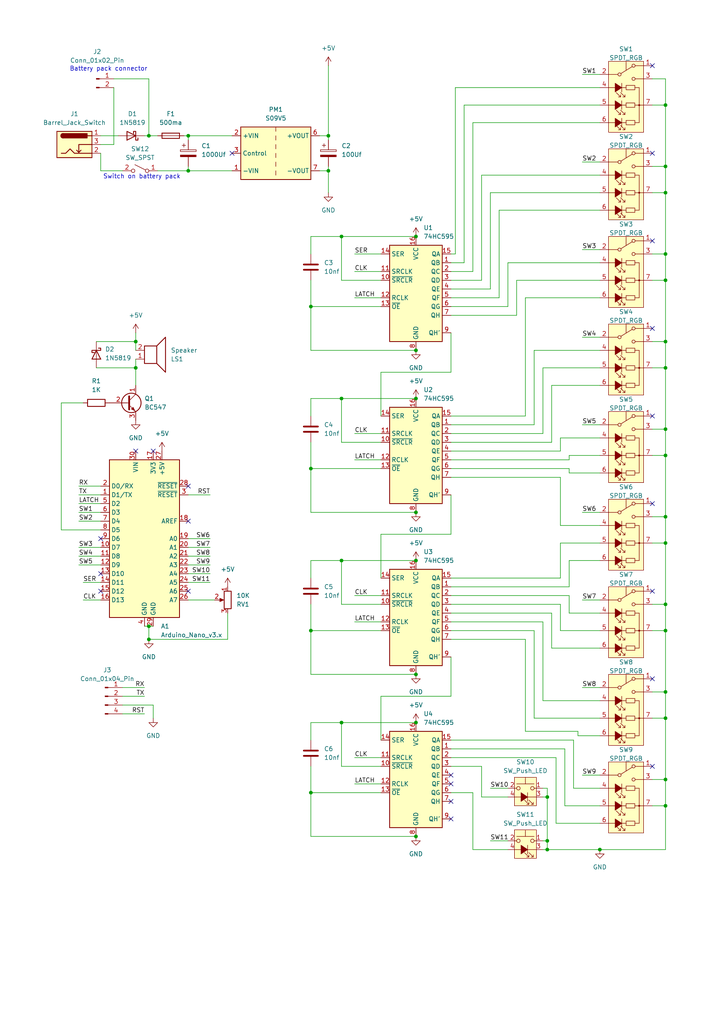
<source format=kicad_sch>
(kicad_sch (version 20231120) (generator "eeschema") (generator_version "8.0")
  (paper "A4" portrait)
  (lib_symbols
    (symbol "74xx:74HC595"
      (property "Reference" "U" (at -7.62 13.97 0))
      (property "Value" "74HC595" (at -7.62 -16.51 0))
      (symbol "74HC595_1_0"
        (pin tri_state line (at 10.16 7.62 180) (length 2.54) (name "QB") (number "1"))
        (pin input line (at -10.16 2.54 0) (length 2.54) (name "~{SRCLR}") (number "10"))
        (pin input line (at -10.16 5.08 0) (length 2.54) (name "SRCLK") (number "11"))
        (pin input line (at -10.16 -2.54 0) (length 2.54) (name "RCLK") (number "12"))
        (pin input line (at -10.16 -5.08 0) (length 2.54) (name "~{OE}") (number "13"))
        (pin input line (at -10.16 10.16 0) (length 2.54) (name "SER") (number "14"))
        (pin tri_state line (at 10.16 10.16 180) (length 2.54) (name "QA") (number "15"))
        (pin power_in line (at 0 15.24 270) (length 2.54) (name "VCC") (number "16"))
        (pin tri_state line (at 10.16 5.08 180) (length 2.54) (name "QC") (number "2"))
        (pin tri_state line (at 10.16 2.54 180) (length 2.54) (name "QD") (number "3"))
        (pin tri_state line (at 10.16 0 180) (length 2.54) (name "QE") (number "4"))
        (pin tri_state line (at 10.16 -2.54 180) (length 2.54) (name "QF") (number "5"))
        (pin tri_state line (at 10.16 -5.08 180) (length 2.54) (name "QG") (number "6"))
        (pin tri_state line (at 10.16 -7.62 180) (length 2.54) (name "QH") (number "7"))
        (pin power_in line (at 0 -17.78 90) (length 2.54) (name "GND") (number "8"))
        (pin output line (at 10.16 -12.7 180) (length 2.54) (name "QH'") (number "9"))
      )
      (symbol "74HC595_1_1"
        (rectangle (start -7.62 12.7) (end 7.62 -15.24) (stroke (width 0.254)) (fill (type background)))
      )
    )
    (symbol "Connector:Barrel_Jack_Switch" (pin_names hide)
      (property "Reference" "J" (at 0 5.334 0))
      (property "Value" "Barrel_Jack_Switch" (at 0 -5.08 0))
      (symbol "Barrel_Jack_Switch_0_1"
        (rectangle (start -5.08 3.81) (end 5.08 -3.81) (stroke (width 0.254)) (fill (type background)))
        (arc (start -3.302 3.175) (mid -3.9343 2.54) (end -3.302 1.905) (stroke (width 0.254)))
        (arc (start -3.302 3.175) (mid -3.9343 2.54) (end -3.302 1.905) (stroke (width 0.254)) (fill (type outline)))
        (polyline (pts (xy 1.27 -2.286) (xy 1.905 -1.651)) (stroke (width 0.254)))
        (polyline (pts (xy 5.08 2.54) (xy 3.81 2.54)) (stroke (width 0.254)))
        (polyline (pts (xy 5.08 0) (xy 1.27 0) (xy 1.27 -2.286) (xy 0.635 -1.651)) (stroke (width 0.254)))
        (polyline (pts (xy -3.81 -2.54) (xy -2.54 -2.54) (xy -1.27 -1.27) (xy 0 -2.54) (xy 2.54 -2.54) (xy 5.08 -2.54)) (stroke (width 0.254)))
        (rectangle (start 3.683 3.175) (end -3.302 1.905) (stroke (width 0.254)) (fill (type outline)))
      )
      (symbol "Barrel_Jack_Switch_1_1"
        (pin passive line (at 7.62 2.54 180) (length 2.54) (name "~") (number "1"))
        (pin passive line (at 7.62 -2.54 180) (length 2.54) (name "~") (number "2"))
        (pin passive line (at 7.62 0 180) (length 2.54) (name "~") (number "3"))
      )
    )
    (symbol "Connector:Conn_01x02_Pin" (pin_names (offset 1.016) hide)
      (property "Reference" "J" (at 0 2.54 0))
      (property "Value" "Conn_01x02_Pin" (at 0 -5.08 0))
      (symbol "Conn_01x02_Pin_1_1"
        (polyline (pts (xy 1.27 -2.54) (xy 0.8636 -2.54)) (stroke (width 0.1524)))
        (polyline (pts (xy 1.27 0) (xy 0.8636 0)) (stroke (width 0.1524)))
        (rectangle (start 0.8636 -2.413) (end 0 -2.667) (stroke (width 0.1524)) (fill (type outline)))
        (rectangle (start 0.8636 0.127) (end 0 -0.127) (stroke (width 0.1524)) (fill (type outline)))
        (pin passive line (at 5.08 0 180) (length 3.81) (name "Pin_1") (number "1"))
        (pin passive line (at 5.08 -2.54 180) (length 3.81) (name "Pin_2") (number "2"))
      )
    )
    (symbol "Connector:Conn_01x04_Pin" (pin_names (offset 1.016) hide)
      (property "Reference" "J" (at 0 5.08 0))
      (property "Value" "Conn_01x04_Pin" (at 0 -7.62 0))
      (symbol "Conn_01x04_Pin_1_1"
        (polyline (pts (xy 1.27 -5.08) (xy 0.8636 -5.08)) (stroke (width 0.1524)))
        (polyline (pts (xy 1.27 -2.54) (xy 0.8636 -2.54)) (stroke (width 0.1524)))
        (polyline (pts (xy 1.27 0) (xy 0.8636 0)) (stroke (width 0.1524)))
        (polyline (pts (xy 1.27 2.54) (xy 0.8636 2.54)) (stroke (width 0.1524)))
        (rectangle (start 0.8636 -4.953) (end 0 -5.207) (stroke (width 0.1524)) (fill (type outline)))
        (rectangle (start 0.8636 -2.413) (end 0 -2.667) (stroke (width 0.1524)) (fill (type outline)))
        (rectangle (start 0.8636 0.127) (end 0 -0.127) (stroke (width 0.1524)) (fill (type outline)))
        (rectangle (start 0.8636 2.667) (end 0 2.413) (stroke (width 0.1524)) (fill (type outline)))
        (pin passive line (at 5.08 2.54 180) (length 3.81) (name "Pin_1") (number "1"))
        (pin passive line (at 5.08 0 180) (length 3.81) (name "Pin_2") (number "2"))
        (pin passive line (at 5.08 -2.54 180) (length 3.81) (name "Pin_3") (number "3"))
        (pin passive line (at 5.08 -5.08 180) (length 3.81) (name "Pin_4") (number "4"))
      )
    )
    (symbol "Converter_DCDC:NCS1S1203SC"
      (property "Reference" "U" (at -8.89 8.89 0))
      (property "Value" "NCS1S1203SC" (at 8.89 8.89 0))
      (symbol "NCS1S1203SC_0_1"
        (rectangle (start -10.16 7.62) (end 10.16 -7.62) (stroke (width 0.254)) (fill (type background)))
        (polyline (pts (xy 0 -5.08) (xy 0 -6.35)))
        (polyline (pts (xy 0 -2.54) (xy 0 -3.81)))
        (polyline (pts (xy 0 0) (xy 0 -1.27)))
        (polyline (pts (xy 0 2.54) (xy 0 1.27)))
        (polyline (pts (xy 0 5.08) (xy 0 3.81)))
        (polyline (pts (xy 0 7.62) (xy 0 6.35)))
      )
      (symbol "NCS1S1203SC_1_1"
        (pin power_in line (at -12.7 -5.08 0) (length 2.54) (name "-VIN") (number "1"))
        (pin power_in line (at -12.7 5.08 0) (length 2.54) (name "+VIN") (number "2"))
        (pin input line (at -12.7 0 0) (length 2.54) (name "Control") (number "3"))
        (pin power_out line (at 12.7 5.08 180) (length 2.54) (name "+VOUT") (number "6"))
        (pin power_out line (at 12.7 -5.08 180) (length 2.54) (name "-VOUT") (number "7"))
      )
    )
    (symbol "Device:C" (pin_numbers hide) (pin_names (offset 0.254))
      (property "Reference" "C" (at 0.635 2.54 0))
      (property "Value" "C" (at 0.635 -2.54 0))
      (symbol "C_0_1"
        (polyline (pts (xy -2.032 -0.762) (xy 2.032 -0.762)) (stroke (width 0.508)))
        (polyline (pts (xy -2.032 0.762) (xy 2.032 0.762)) (stroke (width 0.508)))
      )
      (symbol "C_1_1"
        (pin passive line (at 0 3.81 270) (length 2.794) (name "~") (number "1"))
        (pin passive line (at 0 -3.81 90) (length 2.794) (name "~") (number "2"))
      )
    )
    (symbol "Device:C_Polarized" (pin_numbers hide) (pin_names (offset 0.254))
      (property "Reference" "C" (at 0.635 2.54 0))
      (property "Value" "C_Polarized" (at 0.635 -2.54 0))
      (symbol "C_Polarized_0_1"
        (rectangle (start -2.286 0.508) (end 2.286 1.016))
        (polyline (pts (xy -1.778 2.286) (xy -0.762 2.286)))
        (polyline (pts (xy -1.27 2.794) (xy -1.27 1.778)))
        (rectangle (start 2.286 -0.508) (end -2.286 -1.016) (fill (type outline)))
      )
      (symbol "C_Polarized_1_1"
        (pin passive line (at 0 3.81 270) (length 2.794) (name "~") (number "1"))
        (pin passive line (at 0 -3.81 90) (length 2.794) (name "~") (number "2"))
      )
    )
    (symbol "Device:Fuse" (pin_numbers hide) (pin_names (offset 0))
      (property "Reference" "F" (at 2.032 0 90))
      (property "Value" "Fuse" (at -1.905 0 90))
      (symbol "Fuse_0_1"
        (rectangle (start -0.762 -2.54) (end 0.762 2.54) (stroke (width 0.254)))
        (polyline (pts (xy 0 2.54) (xy 0 -2.54)))
      )
      (symbol "Fuse_1_1"
        (pin passive line (at 0 3.81 270) (length 1.27) (name "~") (number "1"))
        (pin passive line (at 0 -3.81 90) (length 1.27) (name "~") (number "2"))
      )
    )
    (symbol "Device:R" (pin_numbers hide) (pin_names (offset 0))
      (property "Reference" "R" (at 2.032 0 90))
      (property "Value" "R" (at 0 0 90))
      (symbol "R_0_1"
        (rectangle (start -1.016 -2.54) (end 1.016 2.54) (stroke (width 0.254)))
      )
      (symbol "R_1_1"
        (pin passive line (at 0 3.81 270) (length 1.27) (name "~") (number "1"))
        (pin passive line (at 0 -3.81 90) (length 1.27) (name "~") (number "2"))
      )
    )
    (symbol "Device:R_Potentiometer" (pin_names (offset 1.016) hide)
      (property "Reference" "RV" (at -4.445 0 90))
      (property "Value" "R_Potentiometer" (at -2.54 0 90))
      (symbol "R_Potentiometer_0_1"
        (polyline (pts (xy 2.54 0) (xy 1.524 0)))
        (polyline (pts (xy 1.143 0) (xy 2.286 0.508) (xy 2.286 -0.508) (xy 1.143 0)) (fill (type outline)))
        (rectangle (start 1.016 2.54) (end -1.016 -2.54) (stroke (width 0.254)))
      )
      (symbol "R_Potentiometer_1_1"
        (pin passive line (at 0 3.81 270) (length 1.27) (name "1") (number "1"))
        (pin passive line (at 3.81 0 180) (length 1.27) (name "2") (number "2"))
        (pin passive line (at 0 -3.81 90) (length 1.27) (name "3") (number "3"))
      )
    )
    (symbol "Device:Speaker" (pin_names (offset 0) hide)
      (property "Reference" "LS" (at 1.27 5.715 0))
      (property "Value" "Speaker" (at 1.27 3.81 0))
      (symbol "Speaker_0_0"
        (rectangle (start -2.54 1.27) (end 1.016 -3.81) (stroke (width 0.254)))
        (polyline (pts (xy 1.016 1.27) (xy 3.556 3.81) (xy 3.556 -6.35) (xy 1.016 -3.81)) (stroke (width 0.254)))
      )
      (symbol "Speaker_1_1"
        (pin input line (at -5.08 0 0) (length 2.54) (name "1") (number "1"))
        (pin input line (at -5.08 -2.54 0) (length 2.54) (name "2") (number "2"))
      )
    )
    (symbol "Diode:1N5819" (pin_numbers hide) (pin_names (offset 1.016) hide)
      (property "Reference" "D" (at 0 2.54 0))
      (property "Value" "1N5819" (at 0 -2.54 0))
      (symbol "1N5819_0_1"
        (polyline (pts (xy 1.27 0) (xy -1.27 0)))
        (polyline (pts (xy 1.27 1.27) (xy 1.27 -1.27) (xy -1.27 0) (xy 1.27 1.27)) (stroke (width 0.254)))
        (polyline (pts (xy -1.905 0.635) (xy -1.905 1.27) (xy -1.27 1.27) (xy -1.27 -1.27) (xy -0.635 -1.27) (xy -0.635 -0.635)) (stroke (width 0.254)))
      )
      (symbol "1N5819_1_1"
        (pin passive line (at -3.81 0 0) (length 2.54) (name "K") (number "1"))
        (pin passive line (at 3.81 0 180) (length 2.54) (name "A") (number "2"))
      )
    )
    (symbol "Library:SPDT_RGB" (pin_names (offset 1.016) hide)
      (property "Reference" "SW" (at 0 11.684 0))
      (property "Value" "SPDT_RGB" (at 0 -12.192 0))
      (symbol "SPDT_RGB_0_0"
        (polyline (pts (xy -5.092 -2.5518) (xy -0.012 -2.5518)))
        (polyline (pts (xy -5.08 -7.62) (xy 0 -7.62)))
        (polyline (pts (xy -5.08 2.54) (xy 0 2.54)))
        (polyline (pts (xy -5.08 6.35) (xy -2.3481 6.3499)))
        (polyline (pts (xy -1.6018 -9.7162) (xy -2.8718 -8.4462)))
        (polyline (pts (xy -1.6018 -5.2712) (xy -2.8718 -4.0012)))
        (polyline (pts (xy -1.5898 -0.1794) (xy -2.8598 1.0906)))
        (polyline (pts (xy -1.282 -1.2818) (xy -1.282 -3.8218)))
        (polyline (pts (xy -1.27 -6.35) (xy -1.27 -8.89)))
        (polyline (pts (xy -1.27 3.81) (xy -1.27 1.27)))
        (polyline (pts (xy -0.3318 -9.7162) (xy -1.6018 -8.4462)))
        (polyline (pts (xy -0.3318 -5.2712) (xy -1.6018 -4.0012)))
        (polyline (pts (xy -0.3198 -0.1794) (xy -1.5898 1.0906)))
        (polyline (pts (xy 2.528 -2.5518) (xy 3.798 -2.5518)))
        (polyline (pts (xy 2.54 -7.62) (xy 3.81 -7.62)))
        (polyline (pts (xy 2.54 2.54) (xy 3.81 2.54)))
        (polyline (pts (xy 2.6102 8.8899) (xy 4.9937 8.8901)))
        (polyline (pts (xy 2.6263 5.0799) (xy 5.08 5.08)))
        (polyline (pts (xy 3.798 -2.5518) (xy 5.068 -2.5518)))
        (polyline (pts (xy 3.81 -7.62) (xy 3.81 2.54)))
        (polyline (pts (xy -1.6018 -9.0812) (xy -1.6018 -9.7162) (xy -2.2368 -9.7162)))
        (polyline (pts (xy -1.6018 -4.6362) (xy -1.6018 -5.2712) (xy -2.2368 -5.2712)))
        (polyline (pts (xy -1.5898 0.4556) (xy -1.5898 -0.1794) (xy -2.2248 -0.1794)))
        (polyline (pts (xy -0.3318 -9.0812) (xy -0.3318 -9.7162) (xy -0.9668 -9.7162)))
        (polyline (pts (xy -0.3318 -4.6362) (xy -0.3318 -5.2712) (xy -0.9668 -5.2712)))
        (polyline (pts (xy -0.3198 0.4556) (xy -0.3198 -0.1794) (xy -0.9548 -0.1794)))
        (polyline (pts (xy -1.282 -2.5518) (xy -3.187 -1.2818) (xy -3.187 -3.8218) (xy -1.282 -2.5518)) (fill (type outline)))
        (polyline (pts (xy -1.27 -7.62) (xy -3.175 -6.35) (xy -3.175 -8.89) (xy -1.27 -7.62)) (fill (type outline)))
        (polyline (pts (xy -1.27 2.54) (xy -3.175 3.81) (xy -3.175 1.27) (xy -1.27 2.54)) (fill (type outline)))
      )
      (symbol "SPDT_RGB_0_1"
        (circle (center -1.905 6.35) (radius 0.4572))
        (rectangle (start -0.012 -1.9168) (end 2.528 -3.1868))
        (rectangle (start 0 -6.985) (end 2.54 -8.255))
        (polyline (pts (xy -1.524 6.604) (xy 1.778 8.636)))
        (polyline (pts (xy 0 7.62) (xy 0 10.16)))
        (rectangle (start 0 3.175) (end 2.54 1.905))
        (circle (center 2.159 5.08) (radius 0.4572))
        (circle (center 2.159 8.89) (radius 0.4572))
      )
      (symbol "SPDT_RGB_1_1"
        (rectangle (start -5.08 10.16) (end 5.08 -10.414) (fill (type background)))
        (circle (center 3.798 -2.5518) (radius 0.1995) (fill (type outline)))
        (pin passive line (at 7.62 8.89 180) (length 2.54) (name "A") (number "1"))
        (pin passive line (at -7.62 6.35 0) (length 2.54) (name "B") (number "2"))
        (pin passive line (at 7.62 5.08 180) (length 2.54) (name "C") (number "3"))
        (pin passive line (at -7.62 2.54 0) (length 2.54) (name "R") (number "4"))
        (pin passive line (at -7.62 -2.54 0) (length 2.54) (name "G") (number "5"))
        (pin passive line (at -7.62 -7.62 0) (length 2.54) (name "B") (number "6"))
        (pin passive line (at 7.62 -2.54 180) (length 2.54) (name "K") (number "7"))
      )
    )
    (symbol "MCU_Module:Arduino_Nano_v3.x"
      (property "Reference" "A" (at -10.16 23.495 0))
      (property "Value" "Arduino_Nano_v3.x" (at 5.08 -24.13 0))
      (symbol "Arduino_Nano_v3.x_0_1"
        (rectangle (start -10.16 22.86) (end 10.16 -22.86) (stroke (width 0.254)) (fill (type background)))
      )
      (symbol "Arduino_Nano_v3.x_1_1"
        (pin bidirectional line (at -12.7 12.7 0) (length 2.54) (name "D1/TX") (number "1"))
        (pin bidirectional line (at -12.7 -2.54 0) (length 2.54) (name "D7") (number "10"))
        (pin bidirectional line (at -12.7 -5.08 0) (length 2.54) (name "D8") (number "11"))
        (pin bidirectional line (at -12.7 -7.62 0) (length 2.54) (name "D9") (number "12"))
        (pin bidirectional line (at -12.7 -10.16 0) (length 2.54) (name "D10") (number "13"))
        (pin bidirectional line (at -12.7 -12.7 0) (length 2.54) (name "D11") (number "14"))
        (pin bidirectional line (at -12.7 -15.24 0) (length 2.54) (name "D12") (number "15"))
        (pin bidirectional line (at -12.7 -17.78 0) (length 2.54) (name "D13") (number "16"))
        (pin power_out line (at 2.54 25.4 270) (length 2.54) (name "3V3") (number "17"))
        (pin input line (at 12.7 5.08 180) (length 2.54) (name "AREF") (number "18"))
        (pin bidirectional line (at 12.7 0 180) (length 2.54) (name "A0") (number "19"))
        (pin bidirectional line (at -12.7 15.24 0) (length 2.54) (name "D0/RX") (number "2"))
        (pin bidirectional line (at 12.7 -2.54 180) (length 2.54) (name "A1") (number "20"))
        (pin bidirectional line (at 12.7 -5.08 180) (length 2.54) (name "A2") (number "21"))
        (pin bidirectional line (at 12.7 -7.62 180) (length 2.54) (name "A3") (number "22"))
        (pin bidirectional line (at 12.7 -10.16 180) (length 2.54) (name "A4") (number "23"))
        (pin bidirectional line (at 12.7 -12.7 180) (length 2.54) (name "A5") (number "24"))
        (pin bidirectional line (at 12.7 -15.24 180) (length 2.54) (name "A6") (number "25"))
        (pin bidirectional line (at 12.7 -17.78 180) (length 2.54) (name "A7") (number "26"))
        (pin power_out line (at 5.08 25.4 270) (length 2.54) (name "+5V") (number "27"))
        (pin input line (at 12.7 15.24 180) (length 2.54) (name "~{RESET}") (number "28"))
        (pin power_in line (at 2.54 -25.4 90) (length 2.54) (name "GND") (number "29"))
        (pin input line (at 12.7 12.7 180) (length 2.54) (name "~{RESET}") (number "3"))
        (pin power_in line (at -2.54 25.4 270) (length 2.54) (name "VIN") (number "30"))
        (pin power_in line (at 0 -25.4 90) (length 2.54) (name "GND") (number "4"))
        (pin bidirectional line (at -12.7 10.16 0) (length 2.54) (name "D2") (number "5"))
        (pin bidirectional line (at -12.7 7.62 0) (length 2.54) (name "D3") (number "6"))
        (pin bidirectional line (at -12.7 5.08 0) (length 2.54) (name "D4") (number "7"))
        (pin bidirectional line (at -12.7 2.54 0) (length 2.54) (name "D5") (number "8"))
        (pin bidirectional line (at -12.7 0 0) (length 2.54) (name "D6") (number "9"))
      )
    )
    (symbol "Switch:SW_Push_LED" (pin_names (offset 1.016) hide)
      (property "Reference" "SW" (at 0 7.62 0))
      (property "Value" "SW_Push_LED" (at 0 -3.81 0))
      (symbol "SW_Push_LED_0_0"
        (polyline (pts (xy -2.54 0) (xy 2.54 0)))
        (polyline (pts (xy -2.286 -2.159) (xy -1.016 -0.889)))
        (polyline (pts (xy -1.016 -2.159) (xy 0.254 -0.889)))
        (polyline (pts (xy -0.635 1.27) (xy -0.635 -1.27)))
        (polyline (pts (xy -2.286 -1.524) (xy -2.286 -2.159) (xy -1.651 -2.159)))
        (polyline (pts (xy -1.016 -1.524) (xy -1.016 -2.159) (xy -0.381 -2.159)))
        (polyline (pts (xy -0.635 0) (xy 1.27 1.27) (xy 1.27 -1.27) (xy -0.635 0)) (fill (type outline)))
      )
      (symbol "SW_Push_LED_0_1"
        (circle (center -2.032 2.54) (radius 0.508))
        (polyline (pts (xy 0 3.81) (xy 0 5.588)))
        (polyline (pts (xy 2.54 3.81) (xy -2.54 3.81)))
        (circle (center 2.032 2.54) (radius 0.508))
        (pin passive line (at -5.08 2.54 0) (length 2.54) (name "1") (number "1"))
        (pin passive line (at 5.08 2.54 180) (length 2.54) (name "2") (number "2"))
        (pin passive line (at -5.08 0 0) (length 2.54) (name "K") (number "3"))
        (pin passive line (at 5.08 0 180) (length 2.54) (name "A") (number "4"))
      )
      (symbol "SW_Push_LED_1_1"
        (rectangle (start -3.175 5.715) (end 3.175 -2.54) (fill (type background)))
      )
    )
    (symbol "Switch:SW_SPST" (pin_names (offset 0) hide)
      (property "Reference" "SW" (at 0 3.175 0))
      (property "Value" "SW_SPST" (at 0 -2.54 0))
      (symbol "SW_SPST_0_0"
        (circle (center -2.032 0) (radius 0.508))
        (polyline (pts (xy -1.524 0.254) (xy 1.524 1.778)))
        (circle (center 2.032 0) (radius 0.508))
      )
      (symbol "SW_SPST_1_1"
        (pin passive line (at -5.08 0 0) (length 2.54) (name "A") (number "1"))
        (pin passive line (at 5.08 0 180) (length 2.54) (name "B") (number "2"))
      )
    )
    (symbol "Transistor_BJT:BC547" (pin_names (offset 0) hide)
      (property "Reference" "Q" (at 5.08 1.905 0))
      (property "Value" "BC547" (at 5.08 0 0))
      (symbol "BC547_0_1"
        (polyline (pts (xy 0 0) (xy 0.635 0)))
        (polyline (pts (xy 0.635 0.635) (xy 2.54 2.54)))
        (polyline (pts (xy 0.635 -0.635) (xy 2.54 -2.54) (xy 2.54 -2.54)))
        (polyline (pts (xy 0.635 1.905) (xy 0.635 -1.905) (xy 0.635 -1.905)) (stroke (width 0.508)))
        (polyline (pts (xy 1.27 -1.778) (xy 1.778 -1.27) (xy 2.286 -2.286) (xy 1.27 -1.778) (xy 1.27 -1.778)) (fill (type outline)))
        (circle (center 1.27 0) (radius 2.8194) (stroke (width 0.254)))
      )
      (symbol "BC547_1_1"
        (pin passive line (at 2.54 5.08 270) (length 2.54) (name "C") (number "1"))
        (pin input line (at -5.08 0 0) (length 5.08) (name "B") (number "2"))
        (pin passive line (at 2.54 -5.08 90) (length 2.54) (name "E") (number "3"))
      )
    )
    (symbol "power:+5V" (power) (pin_numbers hide) (pin_names (offset 0) hide)
      (property "Value" "+5V" (at 0 3.556 0))
      (symbol "+5V_0_1"
        (polyline (pts (xy -0.762 1.27) (xy 0 2.54)))
        (polyline (pts (xy 0 0) (xy 0 2.54)))
        (polyline (pts (xy 0 2.54) (xy 0.762 1.27)))
      )
      (symbol "+5V_1_1"
        (pin power_in line (at 0 0 90) (length 0) (name "~") (number "1"))
      )
    )
    (symbol "power:GND" (power) (pin_numbers hide) (pin_names (offset 0) hide)
      (property "Value" "GND" (at 0 -3.81 0))
      (symbol "GND_0_1"
        (polyline (pts (xy 0 0) (xy 0 -1.27) (xy 1.27 -1.27) (xy 0 -2.54) (xy -1.27 -1.27) (xy 0 -1.27)))
      )
      (symbol "GND_1_1"
        (pin power_in line (at 0 0 270) (length 0) (name "~") (number "1"))
      )
    )
  )
  (junction (at 95.25 39.37))
  (junction (at 120.65 242.57))
  (junction (at 193.04 124.46))
  (junction (at 120.65 101.6))
  (junction (at 120.65 209.55))
  (junction (at 90.17 135.89))
  (junction (at 193.04 233.68))
  (junction (at 99.06 162.56))
  (junction (at 193.04 226.06))
  (junction (at 39.37 99.06))
  (junction (at 173.99 246.38))
  (junction (at 54.61 49.53))
  (junction (at 99.06 209.55))
  (junction (at 193.04 208.28))
  (junction (at 158.75 231.14))
  (junction (at 193.04 81.28))
  (junction (at 120.65 195.58))
  (junction (at 193.04 200.66))
  (junction (at 120.65 68.58))
  (junction (at 193.04 55.88))
  (junction (at 43.18 185.42))
  (junction (at 193.04 132.08))
  (junction (at 120.65 162.56))
  (junction (at 158.75 246.38))
  (junction (at 43.18 39.37))
  (junction (at 99.06 115.57))
  (junction (at 193.04 48.26))
  (junction (at 90.17 182.88))
  (junction (at 120.65 115.57))
  (junction (at 95.25 49.53))
  (junction (at 193.04 175.26))
  (junction (at 158.75 243.84))
  (junction (at 43.18 181.61))
  (junction (at 54.61 39.37))
  (junction (at 193.04 30.48))
  (junction (at 39.37 106.68))
  (junction (at 193.04 182.88))
  (junction (at 193.04 73.66))
  (junction (at 90.17 88.9))
  (junction (at 193.04 157.48))
  (junction (at 193.04 99.06))
  (junction (at 193.04 106.68))
  (junction (at 90.17 229.87))
  (junction (at 193.04 149.86))
  (junction (at 120.65 148.59))
  (junction (at 99.06 68.58))
  (no_connect (at 54.61 140.97))
  (no_connect (at 130.81 232.41))
  (no_connect (at 189.23 44.45))
  (no_connect (at 44.45 130.81))
  (no_connect (at 189.23 95.25))
  (no_connect (at 29.21 171.45))
  (no_connect (at 29.21 156.21))
  (no_connect (at 130.81 237.49))
  (no_connect (at 54.61 151.13))
  (no_connect (at 39.37 130.81))
  (no_connect (at 67.31 44.45))
  (no_connect (at 130.81 227.33))
  (no_connect (at 189.23 19.05))
  (no_connect (at 189.23 69.85))
  (no_connect (at 189.23 146.05))
  (no_connect (at 189.23 222.25))
  (no_connect (at 189.23 196.85))
  (no_connect (at 29.21 166.37))
  (no_connect (at 189.23 171.45))
  (no_connect (at 54.61 171.45))
  (no_connect (at 130.81 224.79))
  (no_connect (at 189.23 120.65))
  (wire (pts (xy 137.16 78.74) (xy 137.16 35.56)))
  (wire (pts (xy 102.87 180.34) (xy 110.49 180.34)))
  (wire (pts (xy 193.04 157.48) (xy 193.04 175.26)))
  (wire (pts (xy 110.49 107.95) (xy 110.49 120.65)))
  (wire (pts (xy 17.78 153.67) (xy 29.21 153.67)))
  (wire (pts (xy 99.06 68.58) (xy 120.65 68.58)))
  (wire (pts (xy 130.81 133.35) (xy 165.1 133.35)))
  (wire (pts (xy 130.81 201.93) (xy 110.49 201.93)))
  (wire (pts (xy 24.13 116.84) (xy 17.78 116.84)))
  (wire (pts (xy 90.17 88.9) (xy 110.49 88.9)))
  (wire (pts (xy 149.86 91.44) (xy 149.86 81.28)))
  (wire (pts (xy 130.81 107.95) (xy 110.49 107.95)))
  (wire (pts (xy 193.04 226.06) (xy 193.04 233.68)))
  (wire (pts (xy 193.04 124.46) (xy 193.04 132.08)))
  (wire (pts (xy 22.86 146.05) (xy 29.21 146.05)))
  (wire (pts (xy 158.75 243.84) (xy 158.75 246.38)))
  (wire (pts (xy 41.91 39.37) (xy 43.18 39.37)))
  (wire (pts (xy 92.71 39.37) (xy 95.25 39.37)))
  (wire (pts (xy 152.4 86.36) (xy 152.4 120.65)))
  (wire (pts (xy 162.56 167.64) (xy 162.56 157.48)))
  (wire (pts (xy 165.1 133.35) (xy 165.1 132.08)))
  (wire (pts (xy 157.48 231.14) (xy 158.75 231.14)))
  (wire (pts (xy 168.91 224.79) (xy 173.99 224.79)))
  (wire (pts (xy 157.48 243.84) (xy 158.75 243.84)))
  (wire (pts (xy 102.87 86.36) (xy 110.49 86.36)))
  (wire (pts (xy 139.7 81.28) (xy 139.7 50.8)))
  (wire (pts (xy 193.04 182.88) (xy 193.04 200.66)))
  (wire (pts (xy 130.81 172.72) (xy 165.1 172.72)))
  (wire (pts (xy 173.99 86.36) (xy 152.4 86.36)))
  (wire (pts (xy 193.04 99.06) (xy 193.04 106.68)))
  (wire (pts (xy 95.25 39.37) (xy 95.25 40.64)))
  (wire (pts (xy 193.04 48.26) (xy 193.04 55.88)))
  (wire (pts (xy 29.21 49.53) (xy 35.56 49.53)))
  (wire (pts (xy 162.56 175.26) (xy 162.56 182.88)))
  (wire (pts (xy 90.17 167.64) (xy 90.17 162.56)))
  (wire (pts (xy 163.83 233.68) (xy 173.99 233.68)))
  (wire (pts (xy 35.56 199.39) (xy 41.91 199.39)))
  (wire (pts (xy 162.56 138.43) (xy 162.56 152.4)))
  (wire (pts (xy 33.02 25.4) (xy 33.02 41.91)))
  (wire (pts (xy 189.23 55.88) (xy 193.04 55.88)))
  (wire (pts (xy 162.56 130.81) (xy 162.56 127)))
  (wire (pts (xy 99.06 128.27) (xy 99.06 115.57)))
  (wire (pts (xy 130.81 123.19) (xy 154.94 123.19)))
  (wire (pts (xy 165.1 172.72) (xy 165.1 177.8)))
  (wire (pts (xy 130.81 190.5) (xy 130.81 201.93)))
  (wire (pts (xy 99.06 209.55) (xy 120.65 209.55)))
  (wire (pts (xy 189.23 30.48) (xy 193.04 30.48)))
  (wire (pts (xy 90.17 162.56) (xy 99.06 162.56)))
  (wire (pts (xy 189.23 73.66) (xy 193.04 73.66)))
  (wire (pts (xy 102.87 133.35) (xy 110.49 133.35)))
  (wire (pts (xy 168.91 97.79) (xy 173.99 97.79)))
  (wire (pts (xy 193.04 233.68) (xy 189.23 233.68)))
  (wire (pts (xy 54.61 49.53) (xy 67.31 49.53)))
  (wire (pts (xy 22.86 151.13) (xy 29.21 151.13)))
  (wire (pts (xy 154.94 101.6) (xy 173.99 101.6)))
  (wire (pts (xy 189.23 182.88) (xy 193.04 182.88)))
  (wire (pts (xy 193.04 175.26) (xy 193.04 182.88)))
  (wire (pts (xy 193.04 246.38) (xy 193.04 233.68)))
  (wire (pts (xy 142.24 55.88) (xy 142.24 83.82)))
  (wire (pts (xy 66.04 185.42) (xy 43.18 185.42)))
  (wire (pts (xy 102.87 219.71) (xy 110.49 219.71)))
  (wire (pts (xy 189.23 149.86) (xy 193.04 149.86)))
  (wire (pts (xy 44.45 204.47) (xy 44.45 208.28)))
  (wire (pts (xy 110.49 222.25) (xy 99.06 222.25)))
  (wire (pts (xy 193.04 106.68) (xy 193.04 124.46)))
  (wire (pts (xy 99.06 162.56) (xy 120.65 162.56)))
  (wire (pts (xy 193.04 22.86) (xy 193.04 30.48)))
  (wire (pts (xy 157.48 180.34) (xy 157.48 203.2)))
  (wire (pts (xy 22.86 143.51) (xy 29.21 143.51)))
  (wire (pts (xy 130.81 170.18) (xy 165.1 170.18)))
  (wire (pts (xy 110.49 175.26) (xy 99.06 175.26)))
  (wire (pts (xy 90.17 182.88) (xy 90.17 195.58)))
  (wire (pts (xy 39.37 104.14) (xy 39.37 106.68)))
  (wire (pts (xy 102.87 227.33) (xy 110.49 227.33)))
  (wire (pts (xy 152.4 120.65) (xy 130.81 120.65)))
  (wire (pts (xy 95.25 19.05) (xy 95.25 39.37)))
  (wire (pts (xy 27.94 99.06) (xy 39.37 99.06)))
  (wire (pts (xy 130.81 219.71) (xy 161.29 219.71)))
  (wire (pts (xy 99.06 175.26) (xy 99.06 162.56)))
  (wire (pts (xy 162.56 182.88) (xy 173.99 182.88)))
  (wire (pts (xy 90.17 128.27) (xy 90.17 135.89)))
  (wire (pts (xy 22.86 148.59) (xy 29.21 148.59)))
  (wire (pts (xy 54.61 40.64) (xy 54.61 39.37)))
  (wire (pts (xy 54.61 158.75) (xy 60.96 158.75)))
  (wire (pts (xy 149.86 81.28) (xy 173.99 81.28)))
  (wire (pts (xy 130.81 76.2) (xy 134.62 76.2)))
  (wire (pts (xy 157.48 125.73) (xy 130.81 125.73)))
  (wire (pts (xy 158.75 246.38) (xy 173.99 246.38)))
  (wire (pts (xy 168.91 148.59) (xy 173.99 148.59)))
  (wire (pts (xy 161.29 238.76) (xy 173.99 238.76)))
  (wire (pts (xy 22.86 163.83) (xy 29.21 163.83)))
  (wire (pts (xy 102.87 172.72) (xy 110.49 172.72)))
  (wire (pts (xy 193.04 73.66) (xy 193.04 81.28)))
  (wire (pts (xy 189.23 226.06) (xy 193.04 226.06)))
  (wire (pts (xy 193.04 132.08) (xy 193.04 149.86)))
  (wire (pts (xy 142.24 228.6) (xy 147.32 228.6)))
  (wire (pts (xy 27.94 106.68) (xy 39.37 106.68)))
  (wire (pts (xy 90.17 68.58) (xy 99.06 68.58)))
  (wire (pts (xy 147.32 88.9) (xy 130.81 88.9)))
  (wire (pts (xy 160.02 177.8) (xy 160.02 187.96)))
  (wire (pts (xy 90.17 175.26) (xy 90.17 182.88)))
  (wire (pts (xy 41.91 181.61) (xy 43.18 181.61)))
  (wire (pts (xy 90.17 209.55) (xy 99.06 209.55)))
  (wire (pts (xy 33.02 22.86) (xy 43.18 22.86)))
  (wire (pts (xy 132.08 25.4) (xy 173.99 25.4)))
  (wire (pts (xy 157.48 246.38) (xy 158.75 246.38)))
  (wire (pts (xy 132.08 73.66) (xy 132.08 25.4)))
  (wire (pts (xy 165.1 135.89) (xy 165.1 137.16)))
  (wire (pts (xy 33.02 41.91) (xy 29.21 41.91)))
  (wire (pts (xy 168.91 199.39) (xy 173.99 199.39)))
  (wire (pts (xy 168.91 21.59) (xy 173.99 21.59)))
  (wire (pts (xy 139.7 231.14) (xy 139.7 222.25)))
  (wire (pts (xy 90.17 101.6) (xy 120.65 101.6)))
  (wire (pts (xy 90.17 115.57) (xy 99.06 115.57)))
  (wire (pts (xy 154.94 182.88) (xy 154.94 208.28)))
  (wire (pts (xy 22.86 140.97) (xy 29.21 140.97)))
  (wire (pts (xy 173.99 76.2) (xy 147.32 76.2)))
  (wire (pts (xy 154.94 208.28) (xy 173.99 208.28)))
  (wire (pts (xy 24.13 168.91) (xy 29.21 168.91)))
  (wire (pts (xy 99.06 81.28) (xy 99.06 68.58)))
  (wire (pts (xy 189.23 208.28) (xy 193.04 208.28)))
  (wire (pts (xy 90.17 120.65) (xy 90.17 115.57)))
  (wire (pts (xy 173.99 246.38) (xy 193.04 246.38)))
  (wire (pts (xy 147.32 231.14) (xy 139.7 231.14)))
  (wire (pts (xy 130.81 130.81) (xy 162.56 130.81)))
  (wire (pts (xy 144.78 86.36) (xy 144.78 60.96)))
  (wire (pts (xy 130.81 177.8) (xy 160.02 177.8)))
  (wire (pts (xy 189.23 200.66) (xy 193.04 200.66)))
  (wire (pts (xy 130.81 143.51) (xy 130.81 154.94)))
  (wire (pts (xy 39.37 106.68) (xy 39.37 111.76)))
  (wire (pts (xy 165.1 177.8) (xy 173.99 177.8)))
  (wire (pts (xy 168.91 123.19) (xy 173.99 123.19)))
  (wire (pts (xy 163.83 217.17) (xy 163.83 233.68)))
  (wire (pts (xy 90.17 214.63) (xy 90.17 209.55)))
  (wire (pts (xy 54.61 39.37) (xy 67.31 39.37)))
  (wire (pts (xy 17.78 116.84) (xy 17.78 153.67)))
  (wire (pts (xy 154.94 123.19) (xy 154.94 101.6)))
  (wire (pts (xy 189.23 175.26) (xy 193.04 175.26)))
  (wire (pts (xy 193.04 30.48) (xy 193.04 48.26)))
  (wire (pts (xy 165.1 162.56) (xy 173.99 162.56)))
  (wire (pts (xy 160.02 187.96) (xy 173.99 187.96)))
  (wire (pts (xy 189.23 81.28) (xy 193.04 81.28)))
  (wire (pts (xy 130.81 78.74) (xy 137.16 78.74)))
  (wire (pts (xy 43.18 181.61) (xy 44.45 181.61)))
  (wire (pts (xy 162.56 157.48) (xy 173.99 157.48)))
  (wire (pts (xy 54.61 143.51) (xy 60.96 143.51)))
  (wire (pts (xy 130.81 96.52) (xy 130.81 107.95)))
  (wire (pts (xy 45.72 49.53) (xy 54.61 49.53)))
  (wire (pts (xy 39.37 99.06) (xy 39.37 101.6)))
  (wire (pts (xy 35.56 201.93) (xy 41.91 201.93)))
  (wire (pts (xy 139.7 222.25) (xy 130.81 222.25)))
  (wire (pts (xy 166.37 214.63) (xy 166.37 228.6)))
  (wire (pts (xy 193.04 55.88) (xy 193.04 73.66)))
  (wire (pts (xy 90.17 88.9) (xy 90.17 101.6)))
  (wire (pts (xy 43.18 22.86) (xy 43.18 39.37)))
  (wire (pts (xy 53.34 39.37) (xy 54.61 39.37)))
  (wire (pts (xy 165.1 170.18) (xy 165.1 162.56)))
  (wire (pts (xy 39.37 96.52) (xy 39.37 99.06)))
  (wire (pts (xy 158.75 228.6) (xy 157.48 228.6)))
  (wire (pts (xy 162.56 152.4) (xy 173.99 152.4)))
  (wire (pts (xy 102.87 78.74) (xy 110.49 78.74)))
  (wire (pts (xy 90.17 242.57) (xy 120.65 242.57)))
  (wire (pts (xy 130.81 81.28) (xy 139.7 81.28)))
  (wire (pts (xy 147.32 76.2) (xy 147.32 88.9)))
  (wire (pts (xy 90.17 229.87) (xy 90.17 242.57)))
  (wire (pts (xy 152.4 212.09) (xy 167.64 212.09)))
  (wire (pts (xy 168.91 173.99) (xy 173.99 173.99)))
  (wire (pts (xy 130.81 180.34) (xy 157.48 180.34)))
  (wire (pts (xy 35.56 207.01) (xy 41.91 207.01)))
  (wire (pts (xy 110.49 81.28) (xy 99.06 81.28)))
  (wire (pts (xy 165.1 132.08) (xy 173.99 132.08)))
  (wire (pts (xy 167.64 213.36) (xy 173.99 213.36)))
  (wire (pts (xy 189.23 48.26) (xy 193.04 48.26)))
  (wire (pts (xy 29.21 44.45) (xy 29.21 49.53)))
  (wire (pts (xy 137.16 229.87) (xy 130.81 229.87)))
  (wire (pts (xy 193.04 149.86) (xy 193.04 157.48)))
  (wire (pts (xy 130.81 91.44) (xy 149.86 91.44)))
  (wire (pts (xy 95.25 49.53) (xy 92.71 49.53)))
  (wire (pts (xy 29.21 39.37) (xy 34.29 39.37)))
  (wire (pts (xy 167.64 212.09) (xy 167.64 213.36)))
  (wire (pts (xy 130.81 128.27) (xy 160.02 128.27)))
  (wire (pts (xy 54.61 173.99) (xy 62.23 173.99)))
  (wire (pts (xy 189.23 106.68) (xy 193.04 106.68)))
  (wire (pts (xy 130.81 217.17) (xy 163.83 217.17)))
  (wire (pts (xy 24.13 173.99) (xy 29.21 173.99)))
  (wire (pts (xy 193.04 81.28) (xy 193.04 99.06)))
  (wire (pts (xy 102.87 125.73) (xy 110.49 125.73)))
  (wire (pts (xy 90.17 81.28) (xy 90.17 88.9)))
  (wire (pts (xy 90.17 135.89) (xy 90.17 148.59)))
  (wire (pts (xy 160.02 128.27) (xy 160.02 111.76)))
  (wire (pts (xy 54.61 156.21) (xy 60.96 156.21)))
  (wire (pts (xy 43.18 181.61) (xy 43.18 185.42)))
  (wire (pts (xy 193.04 200.66) (xy 193.04 208.28)))
  (wire (pts (xy 130.81 182.88) (xy 154.94 182.88)))
  (wire (pts (xy 157.48 106.68) (xy 157.48 125.73)))
  (wire (pts (xy 102.87 73.66) (xy 110.49 73.66)))
  (wire (pts (xy 134.62 30.48) (xy 173.99 30.48)))
  (wire (pts (xy 110.49 201.93) (xy 110.49 214.63)))
  (wire (pts (xy 54.61 168.91) (xy 60.96 168.91)))
  (wire (pts (xy 168.91 46.99) (xy 173.99 46.99)))
  (wire (pts (xy 54.61 163.83) (xy 60.96 163.83)))
  (wire (pts (xy 139.7 50.8) (xy 173.99 50.8)))
  (wire (pts (xy 130.81 154.94) (xy 110.49 154.94)))
  (wire (pts (xy 130.81 214.63) (xy 166.37 214.63)))
  (wire (pts (xy 90.17 182.88) (xy 110.49 182.88)))
  (wire (pts (xy 54.61 166.37) (xy 60.96 166.37)))
  (wire (pts (xy 158.75 231.14) (xy 158.75 243.84)))
  (wire (pts (xy 35.56 204.47) (xy 44.45 204.47)))
  (wire (pts (xy 189.23 99.06) (xy 193.04 99.06)))
  (wire (pts (xy 142.24 243.84) (xy 147.32 243.84)))
  (wire (pts (xy 137.16 35.56) (xy 173.99 35.56)))
  (wire (pts (xy 130.81 86.36) (xy 144.78 86.36)))
  (wire (pts (xy 158.75 228.6) (xy 158.75 231.14)))
  (wire (pts (xy 130.81 135.89) (xy 165.1 135.89)))
  (wire (pts (xy 110.49 154.94) (xy 110.49 167.64)))
  (wire (pts (xy 152.4 185.42) (xy 152.4 212.09)))
  (wire (pts (xy 162.56 127) (xy 173.99 127)))
  (wire (pts (xy 43.18 39.37) (xy 45.72 39.37)))
  (wire (pts (xy 90.17 195.58) (xy 120.65 195.58)))
  (wire (pts (xy 130.81 138.43) (xy 162.56 138.43)))
  (wire (pts (xy 189.23 132.08) (xy 193.04 132.08)))
  (wire (pts (xy 132.08 73.66) (xy 130.81 73.66)))
  (wire (pts (xy 54.61 161.29) (xy 60.96 161.29)))
  (wire (pts (xy 90.17 135.89) (xy 110.49 135.89)))
  (wire (pts (xy 142.24 83.82) (xy 130.81 83.82)))
  (wire (pts (xy 144.78 60.96) (xy 173.99 60.96)))
  (wire (pts (xy 90.17 229.87) (xy 110.49 229.87)))
  (wire (pts (xy 189.23 157.48) (xy 193.04 157.48)))
  (wire (pts (xy 95.25 49.53) (xy 95.25 55.88)))
  (wire (pts (xy 95.25 48.26) (xy 95.25 49.53)))
  (wire (pts (xy 130.81 185.42) (xy 152.4 185.42)))
  (wire (pts (xy 173.99 106.68) (xy 157.48 106.68)))
  (wire (pts (xy 166.37 228.6) (xy 173.99 228.6)))
  (wire (pts (xy 173.99 55.88) (xy 142.24 55.88)))
  (wire (pts (xy 90.17 222.25) (xy 90.17 229.87)))
  (wire (pts (xy 147.32 246.38) (xy 137.16 246.38)))
  (wire (pts (xy 193.04 208.28) (xy 193.04 226.06)))
  (wire (pts (xy 22.86 158.75) (xy 29.21 158.75)))
  (wire (pts (xy 189.23 22.86) (xy 193.04 22.86)))
  (wire (pts (xy 168.91 72.39) (xy 173.99 72.39)))
  (wire (pts (xy 90.17 73.66) (xy 90.17 68.58)))
  (wire (pts (xy 161.29 219.71) (xy 161.29 238.76)))
  (wire (pts (xy 165.1 137.16) (xy 173.99 137.16)))
  (wire (pts (xy 54.61 48.26) (xy 54.61 49.53)))
  (wire (pts (xy 137.16 246.38) (xy 137.16 229.87)))
  (wire (pts (xy 110.49 128.27) (xy 99.06 128.27)))
  (wire (pts (xy 22.86 161.29) (xy 29.21 161.29)))
  (wire (pts (xy 99.06 222.25) (xy 99.06 209.55)))
  (wire (pts (xy 130.81 175.26) (xy 162.56 175.26)))
  (wire (pts (xy 99.06 115.57) (xy 120.65 115.57)))
  (wire (pts (xy 162.56 167.64) (xy 130.81 167.64)))
  (wire (pts (xy 157.48 203.2) (xy 173.99 203.2)))
  (wire (pts (xy 66.04 177.8) (xy 66.04 185.42)))
  (wire (pts (xy 189.23 124.46) (xy 193.04 124.46)))
  (wire (pts (xy 134.62 76.2) (xy 134.62 30.48)))
  (wire (pts (xy 90.17 148.59) (xy 120.65 148.59)))
  (wire (pts (xy 160.02 111.76) (xy 173.99 111.76)))
  (text "Battery pack connector" (at 31.496 20.066 0) (effects (font (size 1.27 1.27))))
  (text "Switch on battery pack" (at 41.148 51.308 0) (effects (font (size 1.27 1.27))))
  (label "SW3" (at 168.91 72.39 0))
  (label "CLK" (at 102.87 219.71 0))
  (label "RST" (at 60.96 143.51 180))
  (label "SW4" (at 22.86 161.29 0))
  (label "SER" (at 102.87 73.66 0))
  (label "CLK" (at 102.87 172.72 0))
  (label "LATCH" (at 102.87 86.36 0))
  (label "SW7" (at 168.91 173.99 0))
  (label "SW11" (at 60.96 168.91 180))
  (label "SW10" (at 142.24 228.6 0))
  (label "SW8" (at 168.91 199.39 0))
  (label "LATCH" (at 102.87 180.34 0))
  (label "SW5" (at 168.91 123.19 0))
  (label "SW2" (at 22.86 151.13 0))
  (label "SW11" (at 142.24 243.84 0))
  (label "SW9" (at 168.91 224.79 0))
  (label "LATCH" (at 102.87 227.33 0))
  (label "SW10" (at 60.96 166.37 180))
  (label "RST" (at 41.91 207.01 180))
  (label "TX" (at 41.91 201.93 180))
  (label "SW5" (at 22.86 163.83 0))
  (label "SW1" (at 22.86 148.59 0))
  (label "SW2" (at 168.91 46.99 0))
  (label "SW3" (at 22.86 158.75 0))
  (label "LATCH" (at 22.86 146.05 0))
  (label "CLK" (at 24.13 173.99 0))
  (label "SER" (at 24.13 168.91 0))
  (label "LATCH" (at 102.87 133.35 0))
  (label "SW7" (at 60.96 158.75 180))
  (label "SW6" (at 60.96 156.21 180))
  (label "SW8" (at 60.96 161.29 180))
  (label "CLK" (at 102.87 78.74 0))
  (label "TX" (at 22.86 143.51 0))
  (label "RX" (at 22.86 140.97 0))
  (label "RX" (at 41.91 199.39 180))
  (label "SW1" (at 168.91 21.59 0))
  (label "CLK" (at 102.87 125.73 0))
  (label "SW9" (at 60.96 163.83 180))
  (label "SW6" (at 168.91 148.59 0))
  (label "SW4" (at 168.91 97.79 0))
  (symbol (lib_id "Connector:Barrel_Jack_Switch") (at 21.59 41.91 0) (unit 1)
    (property "Reference" "J1" (at 21.59 33.02 0))
    (property "Value" "Barrel_Jack_Switch" (at 21.59 35.56 0))
    (property "Footprint" "Connector_BarrelJack:BarrelJack_Horizontal" (effects (hide yes)))
    (property "Description" "DC Barrel Jack with an internal switch" (effects (hide yes)))
  )
  (symbol (lib_id "power:GND") (at 120.65 195.58 0) (unit 1)
    (property "Reference" "#PWR010" (effects (hide yes)))
    (property "Value" "GND" (at 120.65 200.66 0))
    (property "Description" "Power symbol creates a global label with name \"GND\" , ground" (effects (hide yes)))
  )
  (symbol (lib_id "Device:Speaker") (at 44.45 104.14 0) (mirror x) (unit 1)
    (property "Reference" "LS1" (at 49.53 104.1401 0) (effects (justify left)))
    (property "Value" "Speaker" (at 49.53 101.6001 0) (effects (justify left)))
    (property "Footprint" "Connector_PinHeader_2.54mm:PinHeader_1x02_P2.54mm_Vertical" (effects (hide yes)))
    (property "Description" "Speaker" (effects (hide yes)))
  )
  (symbol (lib_id "power:+5V") (at 120.65 162.56 0) (unit 1)
    (property "Reference" "#PWR04" (effects (hide yes)))
    (property "Value" "+5V" (at 120.65 157.48 0))
    (property "Description" "Power symbol creates a global label with name \"+5V\"" (effects (hide yes)))
  )
  (symbol (lib_id "Device:C_Polarized") (at 54.61 44.45 0) (unit 1)
    (property "Reference" "C1" (at 58.42 42.2909 0) (effects (justify left)))
    (property "Value" "1000Uf" (at 58.42 44.8309 0) (effects (justify left)))
    (property "Footprint" "Capacitor_THT:CP_Radial_D8.0mm_P5.00mm" (effects (hide yes)))
    (property "Description" "Polarized capacitor" (effects (hide yes)))
    (property "JLCPCB" "C10752" (effects (hide yes)))
  )
  (symbol (lib_id "Diode:1N5819") (at 38.1 39.37 180) (unit 1)
    (property "Reference" "D1" (at 38.4175 33.02 0))
    (property "Value" "1N5819" (at 38.4175 35.56 0))
    (property "Footprint" "Diode_THT:D_DO-41_SOD81_P7.62mm_Horizontal" (effects (hide yes)))
    (property "Datasheet" "http://www.vishay.com/docs/88525/1n5817.pdf" (effects (hide yes)))
    (property "Description" "40V 1A Schottky Barrier Rectifier Diode, DO-41" (effects (hide yes)))
  )
  (symbol (lib_id "Switch:SW_SPST") (at 40.64 49.53 0) (mirror y) (unit 1)
    (property "Reference" "SW12" (at 40.64 43.18 0))
    (property "Value" "SW_SPST" (at 40.64 45.72 0))
    (property "Footprint" "Connector_PinHeader_2.54mm:PinHeader_1x02_P2.54mm_Vertical" (effects (hide yes)))
    (property "Description" "Single Pole Single Throw (SPST) switch" (effects (hide yes)))
  )
  (symbol (lib_id "Switch:SW_Push_LED") (at 152.4 231.14 0) (mirror y) (unit 1)
    (property "Reference" "SW10" (at 152.4 220.98 0))
    (property "Value" "SW_Push_LED" (at 152.4 223.52 0))
    (property "Footprint" "Connector_PinHeader_2.54mm:PinHeader_1x04_P2.54mm_Vertical" (effects (hide yes)))
    (property "Description" "Push button switch with LED, generic" (effects (hide yes)))
  )
  (symbol (lib_id "74xx:74HC595") (at 120.65 130.81 0) (unit 1)
    (property "Reference" "U2" (at 122.8441 113.03 0) (effects (justify left)))
    (property "Value" "74HC595" (at 122.8441 115.57 0) (effects (justify left)))
    (property "Footprint" "Package_DIP:DIP-16_W7.62mm_LongPads" (effects (hide yes)))
    (property "Datasheet" "http://www.ti.com/lit/ds/symlink/sn74hc595.pdf" (effects (hide yes)))
    (property "Description" "8-bit serial in/out Shift Register 3-State Outputs" (effects (hide yes)))
  )
  (symbol (lib_id "power:+5V") (at 66.04 170.18 0) (unit 1)
    (property "Reference" "#PWR014" (effects (hide yes)))
    (property "Value" "+5V" (at 66.04 165.1 0))
    (property "Description" "Power symbol creates a global label with name \"+5V\"" (effects (hide yes)))
  )
  (symbol (lib_id "power:+5V") (at 120.65 209.55 0) (unit 1)
    (property "Reference" "#PWR011" (effects (hide yes)))
    (property "Value" "+5V" (at 120.65 204.47 0))
    (property "Description" "Power symbol creates a global label with name \"+5V\"" (effects (hide yes)))
  )
  (symbol (lib_id "power:+5V") (at 46.99 130.81 0) (unit 1)
    (property "Reference" "#PWR013" (effects (hide yes)))
    (property "Value" "+5V" (at 46.99 125.73 0))
    (property "Description" "Power symbol creates a global label with name \"+5V\"" (effects (hide yes)))
  )
  (symbol (lib_id "power:GND") (at 39.37 121.92 0) (unit 1)
    (property "Reference" "#PWR016" (effects (hide yes)))
    (property "Value" "GND" (at 39.37 127 0))
    (property "Description" "Power symbol creates a global label with name \"GND\" , ground" (effects (hide yes)))
  )
  (symbol (lib_id "Library:SPDT_RGB") (at 181.61 205.74 0) (unit 1)
    (property "Reference" "SW8" (at 181.61 192.024 0))
    (property "Value" "SPDT_RGB" (at 181.61 194.564 0))
    (property "Footprint" "Library:SPDT_RGB_D19" (effects (hide yes)))
  )
  (symbol (lib_id "power:GND") (at 43.18 185.42 0) (unit 1)
    (property "Reference" "#PWR012" (effects (hide yes)))
    (property "Value" "GND" (at 43.18 190.5 0))
    (property "Description" "Power symbol creates a global label with name \"GND\" , ground" (effects (hide yes)))
  )
  (symbol (lib_id "Library:SPDT_RGB") (at 181.61 104.14 0) (unit 1)
    (property "Reference" "SW4" (at 181.61 90.424 0))
    (property "Value" "SPDT_RGB" (at 181.61 92.964 0))
    (property "Footprint" "Library:SPDT_RGB_D19" (effects (hide yes)))
  )
  (symbol (lib_id "Connector:Conn_01x02_Pin") (at 27.94 22.86 0) (unit 1)
    (property "Reference" "J2" (at 28.194 14.986 0))
    (property "Value" "Conn_01x02_Pin" (at 28.194 17.526 0))
    (property "Footprint" "Connector_PinHeader_2.54mm:PinHeader_1x02_P2.54mm_Vertical" (effects (hide yes)))
    (property "Description" "Generic connector, single row, 01x02, script generated" (effects (hide yes)))
  )
  (symbol (lib_id "MCU_Module:Arduino_Nano_v3.x") (at 41.91 156.21 0) (unit 1)
    (property "Reference" "A1" (at 46.6441 181.61 0) (effects (justify left)))
    (property "Value" "Arduino_Nano_v3.x" (at 46.6441 184.15 0) (effects (justify left)))
    (property "Footprint" "Module:Arduino_Nano" (effects (hide yes)))
    (property "Datasheet" "http://www.mouser.com/pdfdocs/Gravitech_Arduino_Nano3_0.pdf" (effects (hide yes)))
    (property "Description" "Arduino Nano v3.x" (effects (hide yes)))
  )
  (symbol (lib_id "Library:SPDT_RGB") (at 181.61 129.54 0) (unit 1)
    (property "Reference" "SW5" (at 181.61 115.824 0))
    (property "Value" "SPDT_RGB" (at 181.61 118.364 0))
    (property "Footprint" "Library:SPDT_RGB_D19" (effects (hide yes)))
  )
  (symbol (lib_id "power:+5V") (at 120.65 68.58 0) (unit 1)
    (property "Reference" "#PWR07" (effects (hide yes)))
    (property "Value" "+5V" (at 120.65 63.5 0))
    (property "Description" "Power symbol creates a global label with name \"+5V\"" (effects (hide yes)))
  )
  (symbol (lib_id "Converter_DCDC:NCS1S1203SC") (at 80.01 44.45 0) (unit 1)
    (property "Reference" "PM1" (at 80.01 31.75 0))
    (property "Value" "S09V5" (at 80.01 34.29 0))
    (property "Footprint" "Library:S09" (effects (hide yes)))
    (property "Datasheet" "https://www.handsontec.com/dataspecs/module/SO9-DC%20Converter.pdf" (effects (hide yes)))
    (property "Description" "Isolated 1W 4:1 input DC/DC converter module, 4.5-18V input voltage, 3.3V output voltage, SIP" (effects (hide yes)))
  )
  (symbol (lib_id "74xx:74HC595") (at 120.65 177.8 0) (unit 1)
    (property "Reference" "U3" (at 122.8441 160.02 0) (effects (justify left)))
    (property "Value" "74HC595" (at 122.8441 162.56 0) (effects (justify left)))
    (property "Footprint" "Package_DIP:DIP-16_W7.62mm_LongPads" (effects (hide yes)))
    (property "Datasheet" "http://www.ti.com/lit/ds/symlink/sn74hc595.pdf" (effects (hide yes)))
    (property "Description" "8-bit serial in/out Shift Register 3-State Outputs" (effects (hide yes)))
  )
  (symbol (lib_id "Device:R_Potentiometer") (at 66.04 173.99 0) (mirror y) (unit 1)
    (property "Reference" "RV1" (at 68.58 175.2601 0) (effects (justify right)))
    (property "Value" "10K" (at 68.58 172.7201 0) (effects (justify right)))
    (property "Footprint" "Potentiometer_THT:Potentiometer_Alps_RK163_Single_Horizontal" (effects (hide yes)))
    (property "Description" "Potentiometer" (effects (hide yes)))
  )
  (symbol (lib_id "Library:SPDT_RGB") (at 181.61 231.14 0) (unit 1)
    (property "Reference" "SW9" (at 181.61 217.424 0))
    (property "Value" "SPDT_RGB" (at 181.61 219.964 0))
    (property "Footprint" "Library:SPDT_RGB_D19" (effects (hide yes)))
  )
  (symbol (lib_id "Library:SPDT_RGB") (at 181.61 27.94 0) (unit 1)
    (property "Reference" "SW1" (at 181.61 14.224 0))
    (property "Value" "SPDT_RGB" (at 181.61 16.764 0))
    (property "Footprint" "Library:SPDT_RGB_D19" (effects (hide yes)))
  )
  (symbol (lib_id "Library:SPDT_RGB") (at 181.61 154.94 0) (unit 1)
    (property "Reference" "SW6" (at 181.61 141.224 0))
    (property "Value" "SPDT_RGB" (at 181.61 143.764 0))
    (property "Footprint" "Library:SPDT_RGB_D19" (effects (hide yes)))
  )
  (symbol (lib_id "Connector:Conn_01x04_Pin") (at 30.48 201.93 0) (unit 1) (in_bom no) (on_board no)
    (property "Reference" "J3" (at 31.115 194.31 0))
    (property "Value" "Conn_01x04_Pin" (at 31.115 196.85 0))
    (property "Footprint" "Connector_PinHeader_2.54mm:PinHeader_1x04_P2.54mm_Vertical" (effects (hide yes)))
    (property "Description" "Generic connector, single row, 01x04, script generated" (effects (hide yes)))
  )
  (symbol (lib_id "74xx:74HC595") (at 120.65 83.82 0) (unit 1)
    (property "Reference" "U1" (at 122.8441 66.04 0) (effects (justify left)))
    (property "Value" "74HC595" (at 122.8441 68.58 0) (effects (justify left)))
    (property "Footprint" "Package_DIP:DIP-16_W7.62mm_LongPads" (effects (hide yes)))
    (property "Datasheet" "http://www.ti.com/lit/ds/symlink/sn74hc595.pdf" (effects (hide yes)))
    (property "Description" "8-bit serial in/out Shift Register 3-State Outputs" (effects (hide yes)))
  )
  (symbol (lib_id "power:GND") (at 95.25 55.88 0) (unit 1)
    (property "Reference" "#PWR02" (effects (hide yes)))
    (property "Value" "GND" (at 95.25 60.96 0))
    (property "Description" "Power symbol creates a global label with name \"GND\" , ground" (effects (hide yes)))
  )
  (symbol (lib_id "Device:R") (at 27.94 116.84 90) (unit 1)
    (property "Reference" "R1" (at 27.94 110.49 90))
    (property "Value" "1K" (at 27.94 113.03 90))
    (property "Footprint" "Resistor_THT:R_Axial_DIN0204_L3.6mm_D1.6mm_P7.62mm_Horizontal" (effects (hide yes)))
    (property "Description" "Resistor" (effects (hide yes)))
  )
  (symbol (lib_id "Library:SPDT_RGB") (at 181.61 180.34 0) (unit 1)
    (property "Reference" "SW7" (at 181.61 166.624 0))
    (property "Value" "SPDT_RGB" (at 181.61 169.164 0))
    (property "Footprint" "Library:SPDT_RGB_D19" (effects (hide yes)))
  )
  (symbol (lib_id "Switch:SW_Push_LED") (at 152.4 246.38 0) (mirror y) (unit 1)
    (property "Reference" "SW11" (at 152.4 236.22 0))
    (property "Value" "SW_Push_LED" (at 152.4 238.76 0))
    (property "Footprint" "Connector_PinHeader_2.54mm:PinHeader_1x04_P2.54mm_Vertical" (effects (hide yes)))
    (property "Description" "Push button switch with LED, generic" (effects (hide yes)))
  )
  (symbol (lib_id "Device:C_Polarized") (at 95.25 44.45 0) (unit 1)
    (property "Reference" "C2" (at 99.06 42.2909 0) (effects (justify left)))
    (property "Value" "100Uf" (at 99.06 44.8309 0) (effects (justify left)))
    (property "Footprint" "Capacitor_THT:CP_Radial_D8.0mm_P3.50mm" (effects (hide yes)))
    (property "Description" "Polarized capacitor" (effects (hide yes)))
    (property "LCSC" "C2749" (effects (hide yes)))
  )
  (symbol (lib_id "power:GND") (at 120.65 101.6 0) (unit 1)
    (property "Reference" "#PWR03" (effects (hide yes)))
    (property "Value" "GND" (at 120.65 106.68 0))
    (property "Description" "Power symbol creates a global label with name \"GND\" , ground" (effects (hide yes)))
  )
  (symbol (lib_id "power:+5V") (at 120.65 115.57 0) (unit 1)
    (property "Reference" "#PWR08" (effects (hide yes)))
    (property "Value" "+5V" (at 120.65 110.49 0))
    (property "Description" "Power symbol creates a global label with name \"+5V\"" (effects (hide yes)))
  )
  (symbol (lib_id "power:GND") (at 173.99 246.38 0) (unit 1)
    (property "Reference" "#PWR05" (effects (hide yes)))
    (property "Value" "GND" (at 173.99 251.46 0))
    (property "Description" "Power symbol creates a global label with name \"GND\" , ground" (effects (hide yes)))
  )
  (symbol (lib_id "power:GND") (at 120.65 148.59 0) (unit 1)
    (property "Reference" "#PWR09" (effects (hide yes)))
    (property "Value" "GND" (at 120.65 153.67 0))
    (property "Description" "Power symbol creates a global label with name \"GND\" , ground" (effects (hide yes)))
  )
  (symbol (lib_id "power:+5V") (at 95.25 19.05 0) (unit 1)
    (property "Reference" "#PWR01" (effects (hide yes)))
    (property "Value" "+5V" (at 95.25 13.97 0))
    (property "Description" "Power symbol creates a global label with name \"+5V\"" (effects (hide yes)))
  )
  (symbol (lib_id "74xx:74HC595") (at 120.65 224.79 0) (unit 1)
    (property "Reference" "U4" (at 122.8441 207.01 0) (effects (justify left)))
    (property "Value" "74HC595" (at 122.8441 209.55 0) (effects (justify left)))
    (property "Footprint" "Package_DIP:DIP-16_W7.62mm_LongPads" (effects (hide yes)))
    (property "Datasheet" "http://www.ti.com/lit/ds/symlink/sn74hc595.pdf" (effects (hide yes)))
    (property "Description" "8-bit serial in/out Shift Register 3-State Outputs" (effects (hide yes)))
  )
  (symbol (lib_id "Device:C") (at 90.17 124.46 0) (unit 1)
    (property "Reference" "C4" (at 93.98 123.1899 0) (effects (justify left)))
    (property "Value" "10nf" (at 93.98 125.7299 0) (effects (justify left)))
    (property "Footprint" "Capacitor_THT:C_Disc_D5.0mm_W2.5mm_P5.00mm" (effects (hide yes)))
    (property "Description" "Unpolarized capacitor" (effects (hide yes)))
  )
  (symbol (lib_id "Device:C") (at 90.17 171.45 0) (unit 1)
    (property "Reference" "C5" (at 93.98 170.1799 0) (effects (justify left)))
    (property "Value" "10nf" (at 93.98 172.7199 0) (effects (justify left)))
    (property "Footprint" "Capacitor_THT:C_Disc_D5.0mm_W2.5mm_P5.00mm" (effects (hide yes)))
    (property "Description" "Unpolarized capacitor" (effects (hide yes)))
  )
  (symbol (lib_id "power:+5V") (at 39.37 96.52 0) (unit 1)
    (property "Reference" "#PWR017" (effects (hide yes)))
    (property "Value" "+5V" (at 39.37 91.44 0))
    (property "Description" "Power symbol creates a global label with name \"+5V\"" (effects (hide yes)))
  )
  (symbol (lib_id "Library:SPDT_RGB") (at 181.61 53.34 0) (unit 1)
    (property "Reference" "SW2" (at 181.61 39.624 0))
    (property "Value" "SPDT_RGB" (at 181.61 42.164 0))
    (property "Footprint" "Library:SPDT_RGB_D19" (effects (hide yes)))
  )
  (symbol (lib_id "Transistor_BJT:BC547") (at 36.83 116.84 0) (unit 1)
    (property "Reference" "Q1" (at 41.91 115.5699 0) (effects (justify left)))
    (property "Value" "BC547" (at 41.91 118.1099 0) (effects (justify left)))
    (property "Footprint" "Package_TO_SOT_THT:TO-92_Inline_Wide" (effects (hide yes)))
    (property "Datasheet" "https://www.onsemi.com/pub/Collateral/BC550-D.pdf" (effects (hide yes)))
    (property "Description" "0.1A Ic, 45V Vce, Small Signal NPN Transistor, TO-92" (effects (hide yes)))
  )
  (symbol (lib_id "power:GND") (at 44.45 208.28 0) (unit 1)
    (property "Reference" "#PWR015" (effects (hide yes)))
    (property "Value" "GND" (at 44.45 213.36 0))
    (property "Description" "Power symbol creates a global label with name \"GND\" , ground" (effects (hide yes)))
  )
  (symbol (lib_id "Diode:1N5819") (at 27.94 102.87 270) (unit 1)
    (property "Reference" "D2" (at 30.48 101.2824 90) (effects (justify left)))
    (property "Value" "1N5819" (at 30.48 103.8224 90) (effects (justify left)))
    (property "Footprint" "Diode_THT:D_DO-41_SOD81_P7.62mm_Horizontal" (effects (hide yes)))
    (property "Datasheet" "http://www.vishay.com/docs/88525/1n5817.pdf" (effects (hide yes)))
    (property "Description" "40V 1A Schottky Barrier Rectifier Diode, DO-41" (effects (hide yes)))
  )
  (symbol (lib_id "Device:C") (at 90.17 218.44 0) (unit 1)
    (property "Reference" "C6" (at 93.98 217.1699 0) (effects (justify left)))
    (property "Value" "10nf" (at 93.98 219.7099 0) (effects (justify left)))
    (property "Footprint" "Capacitor_THT:C_Disc_D5.0mm_W2.5mm_P5.00mm" (effects (hide yes)))
    (property "Description" "Unpolarized capacitor" (effects (hide yes)))
  )
  (symbol (lib_id "Device:Fuse") (at 49.53 39.37 270) (unit 1)
    (property "Reference" "F1" (at 49.53 33.02 90))
    (property "Value" "500ma" (at 49.53 35.56 90))
    (property "Footprint" "Connector_PinHeader_2.54mm:PinHeader_1x02_P2.54mm_Vertical" (effects (hide yes)))
    (property "Description" "Fuse" (effects (hide yes)))
  )
  (symbol (lib_id "Device:C") (at 90.17 77.47 0) (unit 1)
    (property "Reference" "C3" (at 93.98 76.1999 0) (effects (justify left)))
    (property "Value" "10nf" (at 93.98 78.7399 0) (effects (justify left)))
    (property "Footprint" "Capacitor_THT:C_Disc_D5.0mm_W2.5mm_P5.00mm" (effects (hide yes)))
    (property "Description" "Unpolarized capacitor" (effects (hide yes)))
  )
  (symbol (lib_id "power:GND") (at 120.65 242.57 0) (unit 1)
    (property "Reference" "#PWR06" (effects (hide yes)))
    (property "Value" "GND" (at 120.65 247.65 0))
    (property "Description" "Power symbol creates a global label with name \"GND\" , ground" (effects (hide yes)))
  )
  (symbol (lib_id "Library:SPDT_RGB") (at 181.61 78.74 0) (unit 1)
    (property "Reference" "SW3" (at 181.61 65.024 0))
    (property "Value" "SPDT_RGB" (at 181.61 67.564 0))
    (property "Footprint" "Library:SPDT_RGB_D19" (effects (hide yes)))
  )
)
</source>
